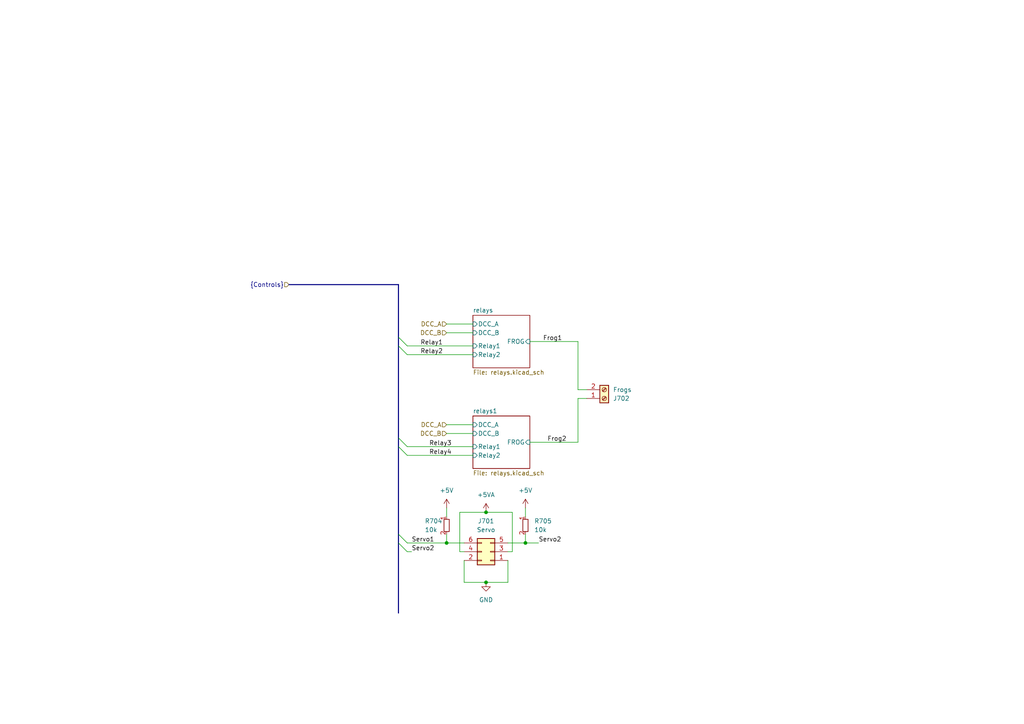
<source format=kicad_sch>
(kicad_sch (version 20230121) (generator eeschema)
  (paper "A4")
  (title_block (company "Train-Science"))
  (lib_symbols
    (symbol "Connector:Screw_Terminal_01x02" (pin_names (offset 1.016) hide)
      (property "Reference" "J" (at 0 2.54 0))
      (property "Value" "Screw_Terminal_01x02" (at 0 -5.08 0))
      (symbol "Screw_Terminal_01x02_1_1"
        (rectangle (start -1.27 1.27) (end 1.27 -3.81) (stroke (width 0.254)) (fill (type background)))
        (circle (center 0 -2.54) (radius 0.635) (stroke (width 0.1524)))
        (polyline (pts (xy -0.5334 -2.2098) (xy 0.3302 -3.048)) (stroke (width 0.1524)))
        (polyline (pts (xy -0.5334 0.3302) (xy 0.3302 -0.508)) (stroke (width 0.1524)))
        (polyline (pts (xy -0.3556 -2.032) (xy 0.508 -2.8702)) (stroke (width 0.1524)))
        (polyline (pts (xy -0.3556 0.508) (xy 0.508 -0.3302)) (stroke (width 0.1524)))
        (circle (center 0 0) (radius 0.635) (stroke (width 0.1524)))
        (pin passive line (at -5.08 0 0) (length 3.81) (name "Pin_1") (number "1"))
        (pin passive line (at -5.08 -2.54 0) (length 3.81) (name "Pin_2") (number "2"))
      )
    )
    (symbol "Connector_Generic:Conn_02x03_Odd_Even" (pin_names (offset 1.016) hide)
      (property "Reference" "J" (at 1.27 5.08 0))
      (property "Value" "Conn_02x03_Odd_Even" (at 1.27 -5.08 0))
      (symbol "Conn_02x03_Odd_Even_1_1"
        (rectangle (start -1.27 -2.413) (end 0 -2.667) (stroke (width 0.1524)))
        (rectangle (start -1.27 0.127) (end 0 -0.127) (stroke (width 0.1524)))
        (rectangle (start -1.27 2.667) (end 0 2.413) (stroke (width 0.1524)))
        (rectangle (start -1.27 3.81) (end 3.81 -3.81) (stroke (width 0.254)) (fill (type background)))
        (rectangle (start 3.81 -2.413) (end 2.54 -2.667) (stroke (width 0.1524)))
        (rectangle (start 3.81 0.127) (end 2.54 -0.127) (stroke (width 0.1524)))
        (rectangle (start 3.81 2.667) (end 2.54 2.413) (stroke (width 0.1524)))
        (pin passive line (at -5.08 2.54 0) (length 3.81) (name "Pin_1") (number "1"))
        (pin passive line (at 7.62 2.54 180) (length 3.81) (name "Pin_2") (number "2"))
        (pin passive line (at -5.08 0 0) (length 3.81) (name "Pin_3") (number "3"))
        (pin passive line (at 7.62 0 180) (length 3.81) (name "Pin_4") (number "4"))
        (pin passive line (at -5.08 -2.54 0) (length 3.81) (name "Pin_5") (number "5"))
        (pin passive line (at 7.62 -2.54 180) (length 3.81) (name "Pin_6") (number "6"))
      )
    )
    (symbol "power:+5V" (power) (pin_names (offset 0))
      (property "Value" "+5V" (at 0 3.556 0))
      (symbol "+5V_0_1"
        (polyline (pts (xy -0.762 1.27) (xy 0 2.54)))
        (polyline (pts (xy 0 0) (xy 0 2.54)))
        (polyline (pts (xy 0 2.54) (xy 0.762 1.27)))
      )
      (symbol "+5V_1_1"
        (pin power_in line (at 0 0 90) (length 0) hide (name "+5V") (number "1"))
      )
    )
    (symbol "power:+5VA" (power) (pin_names (offset 0))
      (property "Value" "+5VA" (at 0 3.556 0))
      (symbol "+5VA_0_1"
        (polyline (pts (xy -0.762 1.27) (xy 0 2.54)))
        (polyline (pts (xy 0 0) (xy 0 2.54)))
        (polyline (pts (xy 0 2.54) (xy 0.762 1.27)))
      )
      (symbol "+5VA_1_1"
        (pin power_in line (at 0 0 90) (length 0) hide (name "+5VA") (number "1"))
      )
    )
    (symbol "power:GND" (power) (pin_names (offset 0))
      (property "Value" "GND" (at 0 -3.81 0))
      (symbol "GND_0_1"
        (polyline (pts (xy 0 0) (xy 0 -1.27) (xy 1.27 -1.27) (xy 0 -2.54) (xy -1.27 -1.27) (xy 0 -1.27)))
      )
      (symbol "GND_1_1"
        (pin power_in line (at 0 0 270) (length 0) hide (name "GND") (number "1"))
      )
    )
    (symbol "resistors_0603:R_10k_0603"
      (property "Reference" "R" (at 1.27 2.54 0))
      (property "Value" "10k" (at 2.54 -2.54 0))
      (symbol "R_10k_0603_0_1"
        (rectangle (start -0.762 1.778) (end 0.762 -1.778) (stroke (width 0.2032)))
      )
      (symbol "R_10k_0603_1_1"
        (pin passive line (at 0 2.54 270) (length 0.762) (name "~") (number "1"))
        (pin passive line (at 0 -2.54 90) (length 0.762) (name "~") (number "2"))
      )
    )
  )
  (junction (at 152.4 157.48))
  (junction (at 140.97 168.91))
  (junction (at 140.97 148.59))
  (junction (at 129.54 157.48))
  (bus_entry (at 115.57 154.94) (size 2.54 2.54))
  (bus_entry (at 115.57 97.79) (size 2.54 2.54))
  (bus_entry (at 115.57 157.48) (size 2.54 2.54))
  (bus_entry (at 115.57 100.33) (size 2.54 2.54))
  (bus_entry (at 115.57 129.54) (size 2.54 2.54))
  (bus_entry (at 115.57 127) (size 2.54 2.54))
  (wire (pts (xy 118.11 132.08) (xy 137.16 132.08)))
  (bus (pts (xy 115.57 100.33) (xy 115.57 127)))
  (wire (pts (xy 140.97 168.91) (xy 147.32 168.91)))
  (wire (pts (xy 118.11 157.48) (xy 129.54 157.48)))
  (bus (pts (xy 115.57 154.94) (xy 115.57 157.48)))
  (wire (pts (xy 118.11 160.02) (xy 119.38 160.02)))
  (bus (pts (xy 115.57 82.55) (xy 115.57 97.79)))
  (wire (pts (xy 129.54 93.98) (xy 137.16 93.98)))
  (wire (pts (xy 129.54 123.19) (xy 137.16 123.19)))
  (wire (pts (xy 148.59 160.02) (xy 147.32 160.02)))
  (wire (pts (xy 129.54 154.94) (xy 129.54 157.48)))
  (wire (pts (xy 167.64 115.57) (xy 167.64 128.27)))
  (wire (pts (xy 147.32 168.91) (xy 147.32 162.56)))
  (wire (pts (xy 118.11 100.33) (xy 137.16 100.33)))
  (wire (pts (xy 134.62 168.91) (xy 140.97 168.91)))
  (wire (pts (xy 147.32 157.48) (xy 152.4 157.48)))
  (wire (pts (xy 152.4 157.48) (xy 156.21 157.48)))
  (wire (pts (xy 152.4 154.94) (xy 152.4 157.48)))
  (wire (pts (xy 134.62 160.02) (xy 133.35 160.02)))
  (wire (pts (xy 140.97 148.59) (xy 148.59 148.59)))
  (wire (pts (xy 129.54 125.73) (xy 137.16 125.73)))
  (wire (pts (xy 167.64 113.03) (xy 170.18 113.03)))
  (wire (pts (xy 129.54 157.48) (xy 134.62 157.48)))
  (wire (pts (xy 133.35 148.59) (xy 140.97 148.59)))
  (wire (pts (xy 167.64 99.06) (xy 153.67 99.06)))
  (wire (pts (xy 167.64 128.27) (xy 153.67 128.27)))
  (wire (pts (xy 118.11 102.87) (xy 137.16 102.87)))
  (wire (pts (xy 133.35 160.02) (xy 133.35 148.59)))
  (wire (pts (xy 148.59 148.59) (xy 148.59 160.02)))
  (wire (pts (xy 152.4 147.32) (xy 152.4 149.86)))
  (bus (pts (xy 83.82 82.55) (xy 115.57 82.55)))
  (wire (pts (xy 118.11 129.54) (xy 137.16 129.54)))
  (wire (pts (xy 129.54 147.32) (xy 129.54 149.86)))
  (wire (pts (xy 167.64 115.57) (xy 170.18 115.57)))
  (wire (pts (xy 134.62 168.91) (xy 134.62 162.56)))
  (bus (pts (xy 115.57 97.79) (xy 115.57 100.33)))
  (wire (pts (xy 129.54 96.52) (xy 137.16 96.52)))
  (bus (pts (xy 115.57 129.54) (xy 115.57 154.94)))
  (wire (pts (xy 167.64 113.03) (xy 167.64 99.06)))
  (bus (pts (xy 115.57 157.48) (xy 115.57 177.8)))
  (bus (pts (xy 115.57 127) (xy 115.57 129.54)))
  (label "Servo1" (at 119.38 157.48 0))
  (label "Servo2" (at 119.38 160.02 0))
  (label "Frog2" (at 158.75 128.27 0))
  (label "Servo2" (at 156.21 157.48 0))
  (label "Relay1" (at 121.92 100.33 0))
  (label "Relay4" (at 124.46 132.08 0))
  (label "Relay3" (at 124.46 129.54 0))
  (label "Frog1" (at 157.48 99.06 0))
  (label "Relay2" (at 121.92 102.87 0))
  (hierarchical_label "{Controls}" (shape input) (at 83.82 82.55 180))
  (hierarchical_label "DCC_A" (shape input) (at 129.54 123.19 180))
  (hierarchical_label "DCC_B" (shape input) (at 129.54 96.52 180))
  (hierarchical_label "DCC_A" (shape input) (at 129.54 93.98 180))
  (hierarchical_label "DCC_B" (shape input) (at 129.54 125.73 180))
  (symbol (lib_id "power:+5V") (at 129.54 147.32 0) (unit 1)
    (property "Reference" "#PWR0732" (effects hide))
    (property "Value" "+5V" (at 129.54 142.24 0))
  )
  (symbol (lib_id "Connector:Screw_Terminal_01x02") (at 175.26 115.57 0) (mirror x) (unit 1)
    (property "Reference" "J702" (at 177.8 115.57 0) (effects (justify left)))
    (property "Value" "Frogs" (at 177.8 113.03 0) (effects (justify left)))
    (property "Footprint" "TerminalBlock_Phoenix:TerminalBlock_Phoenix_MKDS-1,5-2-5.08_1x02_P5.08mm_Horizontal" (effects hide))
    (property "JLCPCB Part#" "C8465" (effects hide))
  )
  (symbol (lib_id "power:+5VA") (at 140.97 148.59 0) (unit 1)
    (property "Reference" "#PWR0730" (effects hide))
    (property "Value" "+5VA" (at 140.97 143.51 0))
  )
  (symbol (lib_id "Connector_Generic:Conn_02x03_Odd_Even") (at 142.24 160.02 180) (unit 1)
    (property "Reference" "J701" (at 140.97 151.13 0))
    (property "Value" "Servo" (at 140.97 153.67 0))
    (property "Footprint" "Connector_PinHeader_2.54mm:PinHeader_2x03_P2.54mm_Vertical" (effects hide))
    (property "JLCPCB Part#" "C65114" (effects hide))
  )
  (symbol (lib_id "resistors_0603:R_10k_0603") (at 129.54 152.4 0) (unit 1)
    (property "Reference" "R704" (at 123.19 151.13 0) (effects (justify left)))
    (property "Value" "10k" (at 123.19 153.67 0) (effects (justify left)))
    (property "Footprint" "custom_kicad_lib_sk:R_0603_smalltext" (effects hide))
    (property "JLCPCB Part#" "C25804" (effects hide))
  )
  (symbol (lib_id "resistors_0603:R_10k_0603") (at 152.4 152.4 0) (unit 1)
    (property "Reference" "R705" (at 154.94 151.13 0) (effects (justify left)))
    (property "Value" "10k" (at 154.94 153.67 0) (effects (justify left)))
    (property "Footprint" "custom_kicad_lib_sk:R_0603_smalltext" (effects hide))
    (property "JLCPCB Part#" "C25804" (effects hide))
  )
  (symbol (lib_id "power:GND") (at 140.97 168.91 0) (unit 1)
    (property "Reference" "#PWR0733" (effects hide))
    (property "Value" "GND" (at 140.97 173.99 0))
  )
  (symbol (lib_id "power:+5V") (at 152.4 147.32 0) (unit 1)
    (property "Reference" "#PWR0731" (effects hide))
    (property "Value" "+5V" (at 152.4 142.24 0))
  )
  (sheet (at 137.16 120.65) (size 16.51 15.24) (stroke (width 0.1524))
    (property "Sheetname" "relays1" (at 137.16 119.9384 0) (effects (justify left bottom)))
    (property "Sheetfile" "relays.kicad_sch" (at 137.16 136.4746 0) (effects (justify left top)))
    (pin "DCC_A" input (at 137.16 123.19 180))
    (pin "Relay1" input (at 137.16 129.54 180))
    (pin "FROG" input (at 153.67 128.27 0))
    (pin "DCC_B" input (at 137.16 125.73 180))
    (pin "Relay2" input (at 137.16 132.08 180))
  )
  (sheet (at 137.16 91.44) (size 16.51 15.24) (stroke (width 0.1524))
    (property "Sheetname" "relays" (at 137.16 90.7284 0) (effects (justify left bottom)))
    (property "Sheetfile" "relays.kicad_sch" (at 137.16 107.2646 0) (effects (justify left top)))
    (pin "DCC_A" input (at 137.16 93.98 180))
    (pin "Relay1" input (at 137.16 100.33 180))
    (pin "FROG" input (at 153.67 99.06 0))
    (pin "DCC_B" input (at 137.16 96.52 180))
    (pin "Relay2" input (at 137.16 102.87 180))
  )
)
</source>
